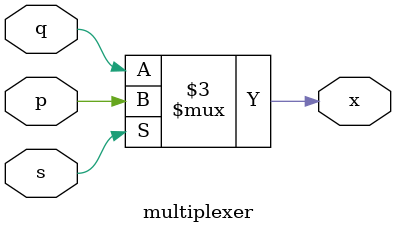
<source format=sv>
module multiplexer(
    input logic s, p, q,
    output logic x
);

    always_comb begin
        if (s) x = p;
        else x = q;
    end
endmodule
</source>
